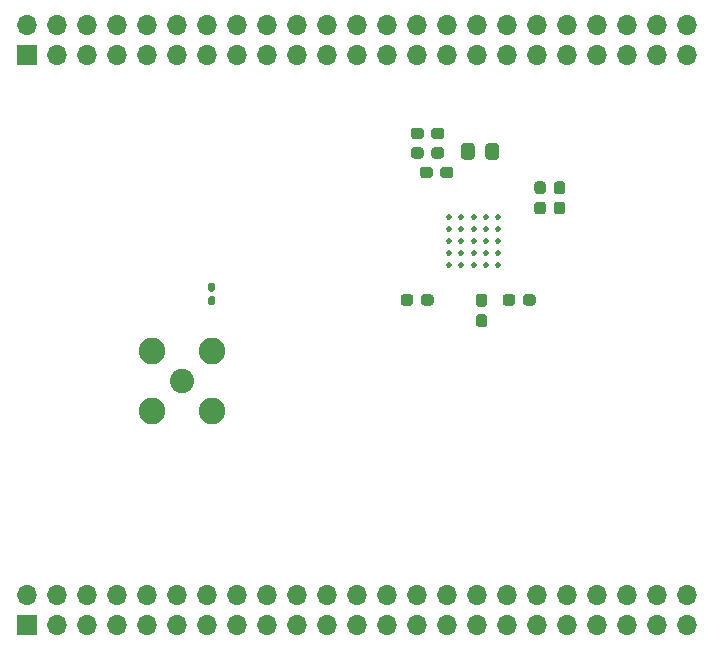
<source format=gbr>
%TF.GenerationSoftware,KiCad,Pcbnew,(5.1.9)-1*%
%TF.CreationDate,2021-09-29T12:39:09-05:00*%
%TF.ProjectId,zigbeeCape,7a696762-6565-4436-9170-652e6b696361,rev?*%
%TF.SameCoordinates,Original*%
%TF.FileFunction,Soldermask,Bot*%
%TF.FilePolarity,Negative*%
%FSLAX46Y46*%
G04 Gerber Fmt 4.6, Leading zero omitted, Abs format (unit mm)*
G04 Created by KiCad (PCBNEW (5.1.9)-1) date 2021-09-29 12:39:09*
%MOMM*%
%LPD*%
G01*
G04 APERTURE LIST*
%ADD10C,0.515000*%
%ADD11C,2.050000*%
%ADD12C,2.250000*%
%ADD13R,1.700000X1.700000*%
%ADD14O,1.700000X1.700000*%
G04 APERTURE END LIST*
D10*
%TO.C,U1*%
X43670000Y32400000D03*
X43670000Y33430000D03*
X43670000Y34460000D03*
X43670000Y35490000D03*
X43670000Y36520000D03*
X42640000Y32400000D03*
X42640000Y33430000D03*
X42640000Y34460000D03*
X42640000Y35490000D03*
X42640000Y36520000D03*
X41610000Y32400000D03*
X41610000Y33430000D03*
X41610000Y34460000D03*
X41610000Y35490000D03*
X41610000Y36520000D03*
X40580000Y32400000D03*
X40580000Y33430000D03*
X40580000Y34460000D03*
X40580000Y35490000D03*
X40580000Y36520000D03*
X39550000Y32400000D03*
X39550000Y33430000D03*
X39550000Y34460000D03*
X39550000Y35490000D03*
X39550000Y36520000D03*
%TD*%
D11*
%TO.C,U3*%
X16891000Y22606000D03*
D12*
X19431000Y20066000D03*
X19431000Y25146000D03*
X14351000Y25146000D03*
X14351000Y20066000D03*
%TD*%
%TO.C,L1*%
G36*
G01*
X41714000Y42487001D02*
X41714000Y41586999D01*
G75*
G02*
X41464001Y41337000I-249999J0D01*
G01*
X40813999Y41337000D01*
G75*
G02*
X40564000Y41586999I0J249999D01*
G01*
X40564000Y42487001D01*
G75*
G02*
X40813999Y42737000I249999J0D01*
G01*
X41464001Y42737000D01*
G75*
G02*
X41714000Y42487001I0J-249999D01*
G01*
G37*
G36*
G01*
X43764000Y42487001D02*
X43764000Y41586999D01*
G75*
G02*
X43514001Y41337000I-249999J0D01*
G01*
X42863999Y41337000D01*
G75*
G02*
X42614000Y41586999I0J249999D01*
G01*
X42614000Y42487001D01*
G75*
G02*
X42863999Y42737000I249999J0D01*
G01*
X43514001Y42737000D01*
G75*
G02*
X43764000Y42487001I0J-249999D01*
G01*
G37*
%TD*%
%TO.C,C13*%
G36*
G01*
X38156000Y40496500D02*
X38156000Y40021500D01*
G75*
G02*
X37918500Y39784000I-237500J0D01*
G01*
X37318500Y39784000D01*
G75*
G02*
X37081000Y40021500I0J237500D01*
G01*
X37081000Y40496500D01*
G75*
G02*
X37318500Y40734000I237500J0D01*
G01*
X37918500Y40734000D01*
G75*
G02*
X38156000Y40496500I0J-237500D01*
G01*
G37*
G36*
G01*
X39881000Y40496500D02*
X39881000Y40021500D01*
G75*
G02*
X39643500Y39784000I-237500J0D01*
G01*
X39043500Y39784000D01*
G75*
G02*
X38806000Y40021500I0J237500D01*
G01*
X38806000Y40496500D01*
G75*
G02*
X39043500Y40734000I237500J0D01*
G01*
X39643500Y40734000D01*
G75*
G02*
X39881000Y40496500I0J-237500D01*
G01*
G37*
%TD*%
%TO.C,C31*%
G36*
G01*
X19276000Y29772000D02*
X19586000Y29772000D01*
G75*
G02*
X19741000Y29617000I0J-155000D01*
G01*
X19741000Y29192000D01*
G75*
G02*
X19586000Y29037000I-155000J0D01*
G01*
X19276000Y29037000D01*
G75*
G02*
X19121000Y29192000I0J155000D01*
G01*
X19121000Y29617000D01*
G75*
G02*
X19276000Y29772000I155000J0D01*
G01*
G37*
G36*
G01*
X19276000Y30907000D02*
X19586000Y30907000D01*
G75*
G02*
X19741000Y30752000I0J-155000D01*
G01*
X19741000Y30327000D01*
G75*
G02*
X19586000Y30172000I-155000J0D01*
G01*
X19276000Y30172000D01*
G75*
G02*
X19121000Y30327000I0J155000D01*
G01*
X19121000Y30752000D01*
G75*
G02*
X19276000Y30907000I155000J0D01*
G01*
G37*
%TD*%
%TO.C,C8*%
G36*
G01*
X42053500Y28250000D02*
X42528500Y28250000D01*
G75*
G02*
X42766000Y28012500I0J-237500D01*
G01*
X42766000Y27412500D01*
G75*
G02*
X42528500Y27175000I-237500J0D01*
G01*
X42053500Y27175000D01*
G75*
G02*
X41816000Y27412500I0J237500D01*
G01*
X41816000Y28012500D01*
G75*
G02*
X42053500Y28250000I237500J0D01*
G01*
G37*
G36*
G01*
X42053500Y29975000D02*
X42528500Y29975000D01*
G75*
G02*
X42766000Y29737500I0J-237500D01*
G01*
X42766000Y29137500D01*
G75*
G02*
X42528500Y28900000I-237500J0D01*
G01*
X42053500Y28900000D01*
G75*
G02*
X41816000Y29137500I0J237500D01*
G01*
X41816000Y29737500D01*
G75*
G02*
X42053500Y29975000I237500J0D01*
G01*
G37*
%TD*%
D13*
%TO.C,U5*%
X3810000Y1905000D03*
D14*
X3810000Y4445000D03*
X6350000Y1905000D03*
X6350000Y4445000D03*
X8890000Y1905000D03*
X8890000Y4445000D03*
X11430000Y1905000D03*
X11430000Y4445000D03*
X13970000Y1905000D03*
X13970000Y4445000D03*
X16510000Y1905000D03*
X16510000Y4445000D03*
X19050000Y1905000D03*
X19050000Y4445000D03*
X21590000Y1905000D03*
X21590000Y4445000D03*
X24130000Y1905000D03*
X24130000Y4445000D03*
X26670000Y1905000D03*
X26670000Y4445000D03*
X29210000Y1905000D03*
X29210000Y4445000D03*
X31750000Y1905000D03*
X31750000Y4445000D03*
X34290000Y1905000D03*
X34290000Y4445000D03*
X36830000Y1905000D03*
X36830000Y4445000D03*
X39370000Y1905000D03*
X39370000Y4445000D03*
X41910000Y1905000D03*
X41910000Y4445000D03*
X44450000Y1905000D03*
X44450000Y4445000D03*
X46990000Y1905000D03*
X46990000Y4445000D03*
X49530000Y1905000D03*
X49530000Y4445000D03*
X52070000Y1905000D03*
X52070000Y4445000D03*
X54610000Y1905000D03*
X54610000Y4445000D03*
X57150000Y1905000D03*
X57150000Y4445000D03*
X59690000Y1905000D03*
X59690000Y4445000D03*
%TD*%
%TO.C,C15*%
G36*
G01*
X44066000Y29226500D02*
X44066000Y29701500D01*
G75*
G02*
X44303500Y29939000I237500J0D01*
G01*
X44903500Y29939000D01*
G75*
G02*
X45141000Y29701500I0J-237500D01*
G01*
X45141000Y29226500D01*
G75*
G02*
X44903500Y28989000I-237500J0D01*
G01*
X44303500Y28989000D01*
G75*
G02*
X44066000Y29226500I0J237500D01*
G01*
G37*
G36*
G01*
X45791000Y29226500D02*
X45791000Y29701500D01*
G75*
G02*
X46028500Y29939000I237500J0D01*
G01*
X46628500Y29939000D01*
G75*
G02*
X46866000Y29701500I0J-237500D01*
G01*
X46866000Y29226500D01*
G75*
G02*
X46628500Y28989000I-237500J0D01*
G01*
X46028500Y28989000D01*
G75*
G02*
X45791000Y29226500I0J237500D01*
G01*
G37*
%TD*%
%TO.C,U4*%
X59690000Y52705000D03*
X59690000Y50165000D03*
X57150000Y52705000D03*
X57150000Y50165000D03*
X54610000Y52705000D03*
X54610000Y50165000D03*
X52070000Y52705000D03*
X52070000Y50165000D03*
X49530000Y52705000D03*
X49530000Y50165000D03*
X46990000Y52705000D03*
X46990000Y50165000D03*
X44450000Y52705000D03*
X44450000Y50165000D03*
X41910000Y52705000D03*
X41910000Y50165000D03*
X39370000Y52705000D03*
X39370000Y50165000D03*
X36830000Y52705000D03*
X36830000Y50165000D03*
X34290000Y52705000D03*
X34290000Y50165000D03*
X31750000Y52705000D03*
X31750000Y50165000D03*
X29210000Y52705000D03*
X29210000Y50165000D03*
X26670000Y52705000D03*
X26670000Y50165000D03*
X24130000Y52705000D03*
X24130000Y50165000D03*
X21590000Y52705000D03*
X21590000Y50165000D03*
X19050000Y52705000D03*
X19050000Y50165000D03*
X16510000Y52705000D03*
X16510000Y50165000D03*
X13970000Y52705000D03*
X13970000Y50165000D03*
X11430000Y52705000D03*
X11430000Y50165000D03*
X8890000Y52705000D03*
X8890000Y50165000D03*
X6350000Y52705000D03*
X6350000Y50165000D03*
X3810000Y52705000D03*
D13*
X3810000Y50165000D03*
%TD*%
%TO.C,C6*%
G36*
G01*
X36505000Y29701500D02*
X36505000Y29226500D01*
G75*
G02*
X36267500Y28989000I-237500J0D01*
G01*
X35667500Y28989000D01*
G75*
G02*
X35430000Y29226500I0J237500D01*
G01*
X35430000Y29701500D01*
G75*
G02*
X35667500Y29939000I237500J0D01*
G01*
X36267500Y29939000D01*
G75*
G02*
X36505000Y29701500I0J-237500D01*
G01*
G37*
G36*
G01*
X38230000Y29701500D02*
X38230000Y29226500D01*
G75*
G02*
X37992500Y28989000I-237500J0D01*
G01*
X37392500Y28989000D01*
G75*
G02*
X37155000Y29226500I0J237500D01*
G01*
X37155000Y29701500D01*
G75*
G02*
X37392500Y29939000I237500J0D01*
G01*
X37992500Y29939000D01*
G75*
G02*
X38230000Y29701500I0J-237500D01*
G01*
G37*
%TD*%
%TO.C,C9*%
G36*
G01*
X47481500Y38425000D02*
X47006500Y38425000D01*
G75*
G02*
X46769000Y38662500I0J237500D01*
G01*
X46769000Y39262500D01*
G75*
G02*
X47006500Y39500000I237500J0D01*
G01*
X47481500Y39500000D01*
G75*
G02*
X47719000Y39262500I0J-237500D01*
G01*
X47719000Y38662500D01*
G75*
G02*
X47481500Y38425000I-237500J0D01*
G01*
G37*
G36*
G01*
X47481500Y36700000D02*
X47006500Y36700000D01*
G75*
G02*
X46769000Y36937500I0J237500D01*
G01*
X46769000Y37537500D01*
G75*
G02*
X47006500Y37775000I237500J0D01*
G01*
X47481500Y37775000D01*
G75*
G02*
X47719000Y37537500I0J-237500D01*
G01*
X47719000Y36937500D01*
G75*
G02*
X47481500Y36700000I-237500J0D01*
G01*
G37*
%TD*%
%TO.C,C10*%
G36*
G01*
X49132500Y36700000D02*
X48657500Y36700000D01*
G75*
G02*
X48420000Y36937500I0J237500D01*
G01*
X48420000Y37537500D01*
G75*
G02*
X48657500Y37775000I237500J0D01*
G01*
X49132500Y37775000D01*
G75*
G02*
X49370000Y37537500I0J-237500D01*
G01*
X49370000Y36937500D01*
G75*
G02*
X49132500Y36700000I-237500J0D01*
G01*
G37*
G36*
G01*
X49132500Y38425000D02*
X48657500Y38425000D01*
G75*
G02*
X48420000Y38662500I0J237500D01*
G01*
X48420000Y39262500D01*
G75*
G02*
X48657500Y39500000I237500J0D01*
G01*
X49132500Y39500000D01*
G75*
G02*
X49370000Y39262500I0J-237500D01*
G01*
X49370000Y38662500D01*
G75*
G02*
X49132500Y38425000I-237500J0D01*
G01*
G37*
%TD*%
%TO.C,C11*%
G36*
G01*
X39119000Y43798500D02*
X39119000Y43323500D01*
G75*
G02*
X38881500Y43086000I-237500J0D01*
G01*
X38281500Y43086000D01*
G75*
G02*
X38044000Y43323500I0J237500D01*
G01*
X38044000Y43798500D01*
G75*
G02*
X38281500Y44036000I237500J0D01*
G01*
X38881500Y44036000D01*
G75*
G02*
X39119000Y43798500I0J-237500D01*
G01*
G37*
G36*
G01*
X37394000Y43798500D02*
X37394000Y43323500D01*
G75*
G02*
X37156500Y43086000I-237500J0D01*
G01*
X36556500Y43086000D01*
G75*
G02*
X36319000Y43323500I0J237500D01*
G01*
X36319000Y43798500D01*
G75*
G02*
X36556500Y44036000I237500J0D01*
G01*
X37156500Y44036000D01*
G75*
G02*
X37394000Y43798500I0J-237500D01*
G01*
G37*
%TD*%
%TO.C,C16*%
G36*
G01*
X39119000Y42147500D02*
X39119000Y41672500D01*
G75*
G02*
X38881500Y41435000I-237500J0D01*
G01*
X38281500Y41435000D01*
G75*
G02*
X38044000Y41672500I0J237500D01*
G01*
X38044000Y42147500D01*
G75*
G02*
X38281500Y42385000I237500J0D01*
G01*
X38881500Y42385000D01*
G75*
G02*
X39119000Y42147500I0J-237500D01*
G01*
G37*
G36*
G01*
X37394000Y42147500D02*
X37394000Y41672500D01*
G75*
G02*
X37156500Y41435000I-237500J0D01*
G01*
X36556500Y41435000D01*
G75*
G02*
X36319000Y41672500I0J237500D01*
G01*
X36319000Y42147500D01*
G75*
G02*
X36556500Y42385000I237500J0D01*
G01*
X37156500Y42385000D01*
G75*
G02*
X37394000Y42147500I0J-237500D01*
G01*
G37*
%TD*%
M02*

</source>
